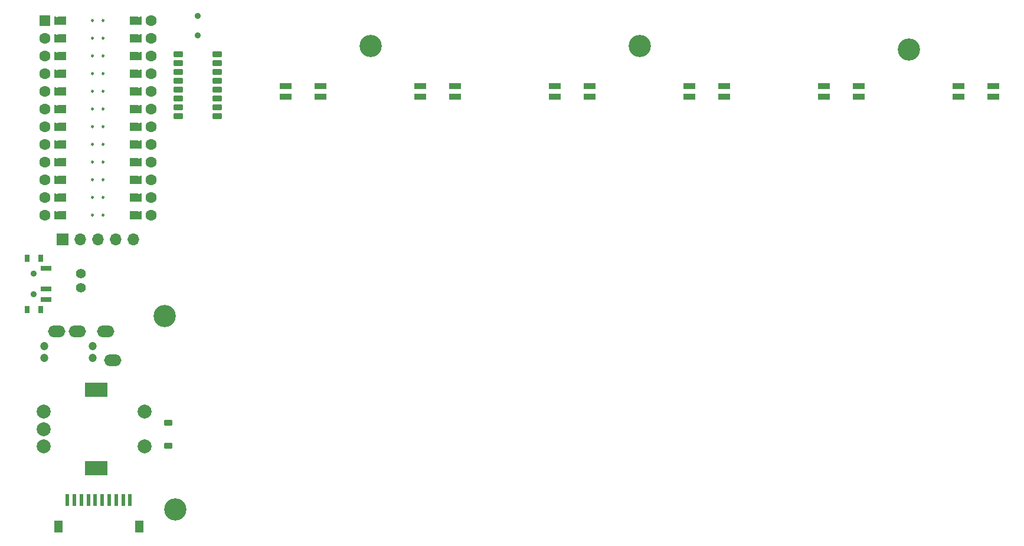
<source format=gts>
G04 #@! TF.GenerationSoftware,KiCad,Pcbnew,7.0.5*
G04 #@! TF.CreationDate,2024-01-21T06:03:08-08:00*
G04 #@! TF.ProjectId,Seismos_5CoreRShift,53656973-6d6f-4735-9f35-436f72655253,rev?*
G04 #@! TF.SameCoordinates,Original*
G04 #@! TF.FileFunction,Soldermask,Top*
G04 #@! TF.FilePolarity,Negative*
%FSLAX46Y46*%
G04 Gerber Fmt 4.6, Leading zero omitted, Abs format (unit mm)*
G04 Created by KiCad (PCBNEW 7.0.5) date 2024-01-21 06:03:08*
%MOMM*%
%LPD*%
G01*
G04 APERTURE LIST*
G04 Aperture macros list*
%AMRoundRect*
0 Rectangle with rounded corners*
0 $1 Rounding radius*
0 $2 $3 $4 $5 $6 $7 $8 $9 X,Y pos of 4 corners*
0 Add a 4 corners polygon primitive as box body*
4,1,4,$2,$3,$4,$5,$6,$7,$8,$9,$2,$3,0*
0 Add four circle primitives for the rounded corners*
1,1,$1+$1,$2,$3*
1,1,$1+$1,$4,$5*
1,1,$1+$1,$6,$7*
1,1,$1+$1,$8,$9*
0 Add four rect primitives between the rounded corners*
20,1,$1+$1,$2,$3,$4,$5,0*
20,1,$1+$1,$4,$5,$6,$7,0*
20,1,$1+$1,$6,$7,$8,$9,0*
20,1,$1+$1,$8,$9,$2,$3,0*%
%AMFreePoly0*
4,1,6,0.600000,0.200000,0.000000,-0.400000,-0.600000,0.200000,-0.600000,0.400000,0.600000,0.400000,0.600000,0.200000,0.600000,0.200000,$1*%
%AMFreePoly1*
4,1,6,0.600000,-0.250000,-0.600000,-0.250000,-0.600000,1.000000,0.000000,0.400000,0.600000,1.000000,0.600000,-0.250000,0.600000,-0.250000,$1*%
G04 Aperture macros list end*
%ADD10C,0.250000*%
%ADD11C,0.100000*%
%ADD12C,3.200000*%
%ADD13C,2.000000*%
%ADD14R,3.200000X2.000000*%
%ADD15C,1.200000*%
%ADD16O,2.500000X1.700000*%
%ADD17R,1.803400X0.812800*%
%ADD18R,1.700000X1.700000*%
%ADD19O,1.700000X1.700000*%
%ADD20C,0.900000*%
%ADD21R,1.500000X0.700000*%
%ADD22R,0.800000X1.000000*%
%ADD23RoundRect,0.102000X0.600000X-0.300000X0.600000X0.300000X-0.600000X0.300000X-0.600000X-0.300000X0*%
%ADD24C,1.400000*%
%ADD25C,1.600000*%
%ADD26FreePoly0,270.000000*%
%ADD27FreePoly0,90.000000*%
%ADD28R,1.600000X1.600000*%
%ADD29FreePoly1,270.000000*%
%ADD30FreePoly1,90.000000*%
%ADD31R,0.600000X1.700000*%
%ADD32R,1.200000X1.800000*%
%ADD33RoundRect,0.225000X-0.375000X0.225000X-0.375000X-0.225000X0.375000X-0.225000X0.375000X0.225000X0*%
G04 APERTURE END LIST*
D10*
X42237000Y-22286000D02*
G75*
G03*
X42237000Y-22286000I-125000J0D01*
G01*
X40713000Y-22286000D02*
G75*
G03*
X40713000Y-22286000I-125000J0D01*
G01*
X42237000Y-24826000D02*
G75*
G03*
X42237000Y-24826000I-125000J0D01*
G01*
X40713000Y-24826000D02*
G75*
G03*
X40713000Y-24826000I-125000J0D01*
G01*
X42237000Y-27366000D02*
G75*
G03*
X42237000Y-27366000I-125000J0D01*
G01*
X40713000Y-27366000D02*
G75*
G03*
X40713000Y-27366000I-125000J0D01*
G01*
X42237000Y-29906000D02*
G75*
G03*
X42237000Y-29906000I-125000J0D01*
G01*
X40713000Y-29906000D02*
G75*
G03*
X40713000Y-29906000I-125000J0D01*
G01*
X42237000Y-32446000D02*
G75*
G03*
X42237000Y-32446000I-125000J0D01*
G01*
X40713000Y-32446000D02*
G75*
G03*
X40713000Y-32446000I-125000J0D01*
G01*
X42237000Y-34986000D02*
G75*
G03*
X42237000Y-34986000I-125000J0D01*
G01*
X40713000Y-34986000D02*
G75*
G03*
X40713000Y-34986000I-125000J0D01*
G01*
X42237000Y-37526000D02*
G75*
G03*
X42237000Y-37526000I-125000J0D01*
G01*
X40713000Y-37526000D02*
G75*
G03*
X40713000Y-37526000I-125000J0D01*
G01*
X42237000Y-40066000D02*
G75*
G03*
X42237000Y-40066000I-125000J0D01*
G01*
X40713000Y-40066000D02*
G75*
G03*
X40713000Y-40066000I-125000J0D01*
G01*
X42237000Y-42606000D02*
G75*
G03*
X42237000Y-42606000I-125000J0D01*
G01*
X40713000Y-42606000D02*
G75*
G03*
X40713000Y-42606000I-125000J0D01*
G01*
X42237000Y-45146000D02*
G75*
G03*
X42237000Y-45146000I-125000J0D01*
G01*
X40713000Y-45146000D02*
G75*
G03*
X40713000Y-45146000I-125000J0D01*
G01*
X42237000Y-47686000D02*
G75*
G03*
X42237000Y-47686000I-125000J0D01*
G01*
X40713000Y-47686000D02*
G75*
G03*
X40713000Y-47686000I-125000J0D01*
G01*
X42237000Y-50226000D02*
G75*
G03*
X42237000Y-50226000I-125000J0D01*
G01*
X40713000Y-50226000D02*
G75*
G03*
X40713000Y-50226000I-125000J0D01*
G01*
D11*
X36270000Y-22794000D02*
X35254000Y-22794000D01*
X35254000Y-21778000D01*
X36270000Y-21778000D01*
X36270000Y-22794000D01*
G36*
X36270000Y-22794000D02*
G01*
X35254000Y-22794000D01*
X35254000Y-21778000D01*
X36270000Y-21778000D01*
X36270000Y-22794000D01*
G37*
X47446000Y-22794000D02*
X46430000Y-22794000D01*
X46430000Y-21778000D01*
X47446000Y-21778000D01*
X47446000Y-22794000D01*
G36*
X47446000Y-22794000D02*
G01*
X46430000Y-22794000D01*
X46430000Y-21778000D01*
X47446000Y-21778000D01*
X47446000Y-22794000D01*
G37*
X36270000Y-25334000D02*
X35254000Y-25334000D01*
X35254000Y-24318000D01*
X36270000Y-24318000D01*
X36270000Y-25334000D01*
G36*
X36270000Y-25334000D02*
G01*
X35254000Y-25334000D01*
X35254000Y-24318000D01*
X36270000Y-24318000D01*
X36270000Y-25334000D01*
G37*
X47446000Y-25334000D02*
X46430000Y-25334000D01*
X46430000Y-24318000D01*
X47446000Y-24318000D01*
X47446000Y-25334000D01*
G36*
X47446000Y-25334000D02*
G01*
X46430000Y-25334000D01*
X46430000Y-24318000D01*
X47446000Y-24318000D01*
X47446000Y-25334000D01*
G37*
X36270000Y-27874000D02*
X35254000Y-27874000D01*
X35254000Y-26858000D01*
X36270000Y-26858000D01*
X36270000Y-27874000D01*
G36*
X36270000Y-27874000D02*
G01*
X35254000Y-27874000D01*
X35254000Y-26858000D01*
X36270000Y-26858000D01*
X36270000Y-27874000D01*
G37*
X47446000Y-27874000D02*
X46430000Y-27874000D01*
X46430000Y-26858000D01*
X47446000Y-26858000D01*
X47446000Y-27874000D01*
G36*
X47446000Y-27874000D02*
G01*
X46430000Y-27874000D01*
X46430000Y-26858000D01*
X47446000Y-26858000D01*
X47446000Y-27874000D01*
G37*
X36270000Y-30414000D02*
X35254000Y-30414000D01*
X35254000Y-29398000D01*
X36270000Y-29398000D01*
X36270000Y-30414000D01*
G36*
X36270000Y-30414000D02*
G01*
X35254000Y-30414000D01*
X35254000Y-29398000D01*
X36270000Y-29398000D01*
X36270000Y-30414000D01*
G37*
X47446000Y-30414000D02*
X46430000Y-30414000D01*
X46430000Y-29398000D01*
X47446000Y-29398000D01*
X47446000Y-30414000D01*
G36*
X47446000Y-30414000D02*
G01*
X46430000Y-30414000D01*
X46430000Y-29398000D01*
X47446000Y-29398000D01*
X47446000Y-30414000D01*
G37*
X36270000Y-32954000D02*
X35254000Y-32954000D01*
X35254000Y-31938000D01*
X36270000Y-31938000D01*
X36270000Y-32954000D01*
G36*
X36270000Y-32954000D02*
G01*
X35254000Y-32954000D01*
X35254000Y-31938000D01*
X36270000Y-31938000D01*
X36270000Y-32954000D01*
G37*
X47446000Y-32954000D02*
X46430000Y-32954000D01*
X46430000Y-31938000D01*
X47446000Y-31938000D01*
X47446000Y-32954000D01*
G36*
X47446000Y-32954000D02*
G01*
X46430000Y-32954000D01*
X46430000Y-31938000D01*
X47446000Y-31938000D01*
X47446000Y-32954000D01*
G37*
X36270000Y-35494000D02*
X35254000Y-35494000D01*
X35254000Y-34478000D01*
X36270000Y-34478000D01*
X36270000Y-35494000D01*
G36*
X36270000Y-35494000D02*
G01*
X35254000Y-35494000D01*
X35254000Y-34478000D01*
X36270000Y-34478000D01*
X36270000Y-35494000D01*
G37*
X47446000Y-35494000D02*
X46430000Y-35494000D01*
X46430000Y-34478000D01*
X47446000Y-34478000D01*
X47446000Y-35494000D01*
G36*
X47446000Y-35494000D02*
G01*
X46430000Y-35494000D01*
X46430000Y-34478000D01*
X47446000Y-34478000D01*
X47446000Y-35494000D01*
G37*
X36270000Y-38034000D02*
X35254000Y-38034000D01*
X35254000Y-37018000D01*
X36270000Y-37018000D01*
X36270000Y-38034000D01*
G36*
X36270000Y-38034000D02*
G01*
X35254000Y-38034000D01*
X35254000Y-37018000D01*
X36270000Y-37018000D01*
X36270000Y-38034000D01*
G37*
X47446000Y-38034000D02*
X46430000Y-38034000D01*
X46430000Y-37018000D01*
X47446000Y-37018000D01*
X47446000Y-38034000D01*
G36*
X47446000Y-38034000D02*
G01*
X46430000Y-38034000D01*
X46430000Y-37018000D01*
X47446000Y-37018000D01*
X47446000Y-38034000D01*
G37*
X36270000Y-40574000D02*
X35254000Y-40574000D01*
X35254000Y-39558000D01*
X36270000Y-39558000D01*
X36270000Y-40574000D01*
G36*
X36270000Y-40574000D02*
G01*
X35254000Y-40574000D01*
X35254000Y-39558000D01*
X36270000Y-39558000D01*
X36270000Y-40574000D01*
G37*
X47446000Y-40574000D02*
X46430000Y-40574000D01*
X46430000Y-39558000D01*
X47446000Y-39558000D01*
X47446000Y-40574000D01*
G36*
X47446000Y-40574000D02*
G01*
X46430000Y-40574000D01*
X46430000Y-39558000D01*
X47446000Y-39558000D01*
X47446000Y-40574000D01*
G37*
X36270000Y-43114000D02*
X35254000Y-43114000D01*
X35254000Y-42098000D01*
X36270000Y-42098000D01*
X36270000Y-43114000D01*
G36*
X36270000Y-43114000D02*
G01*
X35254000Y-43114000D01*
X35254000Y-42098000D01*
X36270000Y-42098000D01*
X36270000Y-43114000D01*
G37*
X47446000Y-43114000D02*
X46430000Y-43114000D01*
X46430000Y-42098000D01*
X47446000Y-42098000D01*
X47446000Y-43114000D01*
G36*
X47446000Y-43114000D02*
G01*
X46430000Y-43114000D01*
X46430000Y-42098000D01*
X47446000Y-42098000D01*
X47446000Y-43114000D01*
G37*
X36270000Y-45654000D02*
X35254000Y-45654000D01*
X35254000Y-44638000D01*
X36270000Y-44638000D01*
X36270000Y-45654000D01*
G36*
X36270000Y-45654000D02*
G01*
X35254000Y-45654000D01*
X35254000Y-44638000D01*
X36270000Y-44638000D01*
X36270000Y-45654000D01*
G37*
X47446000Y-45654000D02*
X46430000Y-45654000D01*
X46430000Y-44638000D01*
X47446000Y-44638000D01*
X47446000Y-45654000D01*
G36*
X47446000Y-45654000D02*
G01*
X46430000Y-45654000D01*
X46430000Y-44638000D01*
X47446000Y-44638000D01*
X47446000Y-45654000D01*
G37*
X36270000Y-48194000D02*
X35254000Y-48194000D01*
X35254000Y-47178000D01*
X36270000Y-47178000D01*
X36270000Y-48194000D01*
G36*
X36270000Y-48194000D02*
G01*
X35254000Y-48194000D01*
X35254000Y-47178000D01*
X36270000Y-47178000D01*
X36270000Y-48194000D01*
G37*
X47446000Y-48194000D02*
X46430000Y-48194000D01*
X46430000Y-47178000D01*
X47446000Y-47178000D01*
X47446000Y-48194000D01*
G36*
X47446000Y-48194000D02*
G01*
X46430000Y-48194000D01*
X46430000Y-47178000D01*
X47446000Y-47178000D01*
X47446000Y-48194000D01*
G37*
X36270000Y-50734000D02*
X35254000Y-50734000D01*
X35254000Y-49718000D01*
X36270000Y-49718000D01*
X36270000Y-50734000D01*
G36*
X36270000Y-50734000D02*
G01*
X35254000Y-50734000D01*
X35254000Y-49718000D01*
X36270000Y-49718000D01*
X36270000Y-50734000D01*
G37*
X47446000Y-50734000D02*
X46430000Y-50734000D01*
X46430000Y-49718000D01*
X47446000Y-49718000D01*
X47446000Y-50734000D01*
G36*
X47446000Y-50734000D02*
G01*
X46430000Y-50734000D01*
X46430000Y-49718000D01*
X47446000Y-49718000D01*
X47446000Y-50734000D01*
G37*
D12*
X51000000Y-64750000D03*
D13*
X33610000Y-78460000D03*
X33610000Y-83460000D03*
X33610000Y-80960000D03*
D14*
X41110000Y-75360000D03*
X41110000Y-86560000D03*
D13*
X48110000Y-83460000D03*
X48110000Y-78460000D03*
D15*
X33670000Y-70775000D03*
X40670000Y-70775000D03*
X33670000Y-69025000D03*
X40670000Y-69025000D03*
D16*
X42470000Y-66925000D03*
X38470000Y-66925000D03*
X35470000Y-66925000D03*
X43470000Y-71125000D03*
D17*
X68348100Y-33249300D03*
X68348100Y-31750700D03*
X73351900Y-31750700D03*
X73351900Y-33249300D03*
X164848100Y-33249300D03*
X164848100Y-31750700D03*
X169851900Y-31750700D03*
X169851900Y-33249300D03*
X126248100Y-33249300D03*
X126248100Y-31750700D03*
X131251900Y-31750700D03*
X131251900Y-33249300D03*
X106948100Y-33249300D03*
X106948100Y-31750700D03*
X111951900Y-31750700D03*
X111951900Y-33249300D03*
D18*
X36284000Y-53766000D03*
D19*
X38824000Y-53766000D03*
X41364000Y-53766000D03*
X43904000Y-53766000D03*
X46444000Y-53766000D03*
D20*
X32200000Y-58632000D03*
X32200000Y-61632000D03*
D21*
X33950000Y-60882000D03*
D22*
X33165000Y-56482000D03*
X31235000Y-56482000D03*
X33165000Y-63782000D03*
X31235000Y-63782000D03*
D21*
X33950000Y-62382000D03*
X33950000Y-57882000D03*
D23*
X58500000Y-36045000D03*
X58500000Y-34775000D03*
X58500000Y-33505000D03*
X58500000Y-32235000D03*
X58500000Y-30965000D03*
X58500000Y-29695000D03*
X58500000Y-28425000D03*
X58500000Y-27155000D03*
X52900000Y-27155000D03*
X52900000Y-28425000D03*
X52900000Y-29695000D03*
X52900000Y-30965000D03*
X52900000Y-32235000D03*
X52900000Y-33505000D03*
X52900000Y-34775000D03*
X52900000Y-36045000D03*
D24*
X38949500Y-60632000D03*
X38949500Y-58632000D03*
D12*
X80500000Y-26000000D03*
D25*
X48970000Y-22286000D03*
D26*
X47192000Y-22286000D03*
D27*
X35508000Y-22286000D03*
D25*
X33730000Y-22286000D03*
D28*
X33730000Y-22286000D03*
D25*
X48970000Y-24826000D03*
D26*
X47192000Y-24826000D03*
D27*
X35508000Y-24826000D03*
D25*
X33730000Y-24826000D03*
X48970000Y-27366000D03*
D26*
X47192000Y-27366000D03*
D27*
X35508000Y-27366000D03*
D25*
X33730000Y-27366000D03*
X48970000Y-29906000D03*
D26*
X47192000Y-29906000D03*
D27*
X35508000Y-29906000D03*
D25*
X33730000Y-29906000D03*
X48970000Y-32446000D03*
D26*
X47192000Y-32446000D03*
D27*
X35508000Y-32446000D03*
D25*
X33730000Y-32446000D03*
X48970000Y-34986000D03*
D26*
X47192000Y-34986000D03*
D27*
X35508000Y-34986000D03*
D25*
X33730000Y-34986000D03*
X48970000Y-37526000D03*
D26*
X47192000Y-37526000D03*
D27*
X35508000Y-37526000D03*
D25*
X33730000Y-37526000D03*
X48970000Y-40066000D03*
D26*
X47192000Y-40066000D03*
D27*
X35508000Y-40066000D03*
D25*
X33730000Y-40066000D03*
X48970000Y-42606000D03*
D26*
X47192000Y-42606000D03*
D27*
X35508000Y-42606000D03*
D25*
X33730000Y-42606000D03*
X48970000Y-45146000D03*
D26*
X47192000Y-45146000D03*
D27*
X35508000Y-45146000D03*
D25*
X33730000Y-45146000D03*
X48970000Y-47686000D03*
D26*
X47192000Y-47686000D03*
D27*
X35508000Y-47686000D03*
D25*
X33730000Y-47686000D03*
X48970000Y-50226000D03*
D26*
X47192000Y-50226000D03*
D27*
X35508000Y-50226000D03*
D25*
X33730000Y-50226000D03*
D29*
X46176000Y-22286000D03*
X46176000Y-24826000D03*
X46176000Y-27366000D03*
X46176000Y-29906000D03*
X46176000Y-32446000D03*
X46176000Y-34986000D03*
X46176000Y-37526000D03*
X46176000Y-40066000D03*
X46176000Y-42606000D03*
X46176000Y-45146000D03*
X46176000Y-47686000D03*
X46176000Y-50226000D03*
D30*
X36524000Y-50226000D03*
X36524000Y-47686000D03*
X36524000Y-45146000D03*
X36524000Y-42606000D03*
X36524000Y-40066000D03*
X36524000Y-37526000D03*
X36524000Y-34986000D03*
X36524000Y-32446000D03*
X36524000Y-29906000D03*
X36524000Y-27366000D03*
X36524000Y-24826000D03*
X36524000Y-22286000D03*
D31*
X37000000Y-91114000D03*
X38000000Y-91114000D03*
X39000000Y-91115000D03*
X40000000Y-91115000D03*
X41000000Y-91115000D03*
X42000000Y-91115000D03*
X43000000Y-91115000D03*
X44000000Y-91115000D03*
X45000000Y-91115000D03*
X46000000Y-91115000D03*
D32*
X35700000Y-94990000D03*
X47300000Y-94990000D03*
D17*
X145548100Y-33249300D03*
X145548100Y-31750700D03*
X150551900Y-31750700D03*
X150551900Y-33249300D03*
D12*
X157700000Y-26500000D03*
X52500000Y-92500000D03*
X119100000Y-26000000D03*
D33*
X51500000Y-80050000D03*
X51500000Y-83350000D03*
D17*
X87648100Y-33249300D03*
X87648100Y-31750700D03*
X92651900Y-31750700D03*
X92651900Y-33249300D03*
D20*
X55712500Y-24449500D03*
X55712500Y-21649500D03*
M02*

</source>
